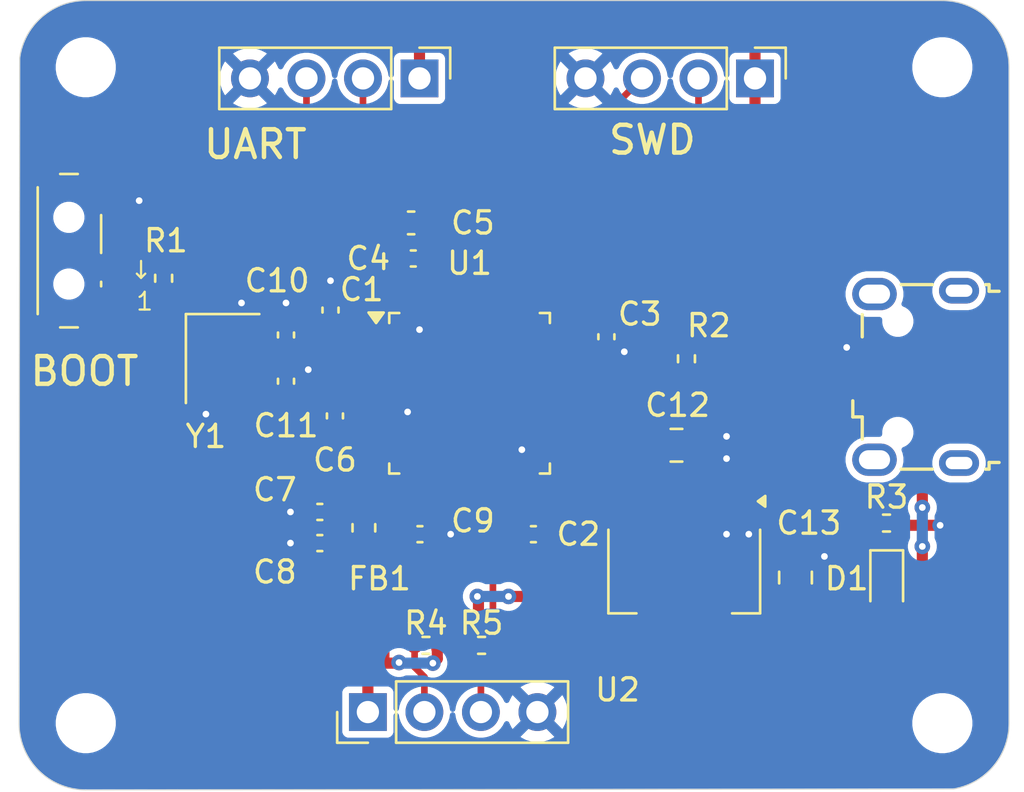
<source format=kicad_pcb>
(kicad_pcb (version 20241229) (generator "pcbnew") (generator_version "9.0")
  (layers (0 "F.Cu" signal) (2 "B.Cu" power) (13 "F.Paste" user) (15 "B.Paste" user) (5 "F.SilkS" user "F.Silkscreen") (7 "B.SilkS" user "B.Silkscreen") (1 "F.Mask" user) (3 "B.Mask" user) (25 "Edge.Cuts" user))
  (net 0 "")
  (net 1 "+3.3V")
  (net 2 "GND")
  (net 3 "+3.3VA")
  (net 4 "/NRST")
  (net 5 "/HSE_IN")
  (net 6 "/HSE_OUT")
  (net 7 "VBUS")
  (net 8 "/PWR_LED_CATHODE")
  (net 9 "/USB_D+")
  (net 12 "/USB_D-")
  (net 13 "/SWCLOCK")
  (net 14 "/SWDIO")
  (net 15 "/USART1_RX")
  (net 16 "/USART1_TX")
  (net 17 "/I2C2_SCL")
  (net 18 "/ISC2_SDA")
  (net 19 "/SW_SPDT_BOOT0")
  (net 20 "/BOOT0")
  (footprint "Crystal:Crystal_SMD_3225-4Pin_3.2x2.5mm" (layer "F.Cu") (at 57.15 67.1 -90)
    (property "Reference" "Y1" (at 3.5 0.75 180) (layer "F.SilkS"))
    (property "Value" "16MHz" (hide yes))
    (pad "1" smd rect (at -1.1 0.85 270) (size 1.4 1.2) (layers "F.Cu" "F.Mask" "F.Paste") (net 5 "/HSE_IN"))
    (pad "2" smd rect (at 1.1 0.85 270) (size 1.4 1.2) (layers "F.Cu" "F.Mask" "F.Paste") (net 2 "GND"))
    (pad "3" smd rect (at 1.1 -0.85 270) (size 1.4 1.2) (layers "F.Cu" "F.Mask" "F.Paste") (net 6 "/HSE_OUT"))
    (pad "4" smd rect (at -1.1 -0.85 270) (size 1.4 1.2) (layers "F.Cu" "F.Mask" "F.Paste") (net 2 "GND"))
  )
  (footprint "Inductor_SMD:L_0603_1608Metric" (layer "F.Cu") (at 63.5 74.7125 90)
    (property "Reference" "FB1" (at -2.2875 0.7 0) (layer "F.SilkS"))
    (property "Value" "FerriteBead 120R" (hide yes))
    (pad "1" smd roundrect (at -0.7875 0 90) (size 0.875 0.95) (layers "F.Cu" "F.Mask" "F.Paste") (net 1 "+3.3V"))
    (pad "2" smd roundrect (at 0.7875 0 90) (size 0.875 0.95) (layers "F.Cu" "F.Mask" "F.Paste") (net 3 "+3.3VA"))
  )
  (footprint "Connector_PinHeader_2.54mm:PinHeader_1x04_P2.54mm_Vertical" (layer "F.Cu") (at 63.68 83 90)
    (property "Reference" "J4" (hide yes))
    (property "Value" "Conn_01x04_Pin" (hide yes))
    (pad "1" thru_hole rect (at 0 0 90) (size 1.7 1.7) (drill 1) (layers "*.Cu" "*.Mask") (net 1 "+3.3V"))
    (pad "2" thru_hole circle (at 0 2.54 90) (size 1.7 1.7) (drill 1) (layers "*.Cu" "*.Mask") (net 17 "/I2C2_SCL"))
    (pad "3" thru_hole circle (at 0 5.08 90) (size 1.7 1.7) (drill 1) (layers "*.Cu" "*.Mask") (net 18 "/ISC2_SDA"))
    (pad "4" thru_hole circle (at 0 7.62 90) (size 1.7 1.7) (drill 1) (layers "*.Cu" "*.Mask") (net 2 "GND"))
  )
  (footprint "Capacitor_SMD:C_0402_1005Metric" (layer "F.Cu") (at 74.4 66.12 -90)
    (property "Reference" "C3" (at -1.02 -1.5 0) (layer "F.SilkS"))
    (property "Value" "100n" (hide yes))
    (pad "1" smd roundrect (at -0.48 0 270) (size 0.56 0.62) (layers "F.Cu" "F.Mask" "F.Paste") (net 1 "+3.3V"))
    (pad "2" smd roundrect (at 0.48 0 270) (size 0.56 0.62) (layers "F.Cu" "F.Mask" "F.Paste") (net 2 "GND"))
  )
  (footprint "Capacitor_SMD:C_0603_1608Metric" (layer "F.Cu") (at 65.625 61)
    (property "Reference" "C5" (at 2.775 0 0) (layer "F.SilkS"))
    (property "Value" "10u" (hide yes))
    (pad "1" smd roundrect (at -0.775 0) (size 0.9 0.95) (layers "F.Cu" "F.Mask" "F.Paste") (net 1 "+3.3V"))
    (pad "2" smd roundrect (at 0.775 0) (size 0.9 0.95) (layers "F.Cu" "F.Mask" "F.Paste") (net 2 "GND"))
  )
  (footprint "Package_QFP:LQFP-48_7x7mm_P0.5mm" (layer "F.Cu") (at 68.25 68.6625)
    (property "Reference" "U1" (at 0 -5.85 0) (layer "F.SilkS"))
    (property "Value" "STM32F103C8T6" (hide yes))
    (pad "1" smd roundrect (at -4.1625 -2.75) (size 1.475 0.3) (layers "F.Cu" "F.Mask" "F.Paste") (net 1 "+3.3V"))
    (pad "2" smd roundrect (at -4.1625 -2.25) (size 1.475 0.3) (layers "F.Cu" "F.Mask" "F.Paste"))
    (pad "3" smd roundrect (at -4.1625 -1.75) (size 1.475 0.3) (layers "F.Cu" "F.Mask" "F.Paste"))
    (pad "4" smd roundrect (at -4.1625 -1.25) (size 1.475 0.3) (layers "F.Cu" "F.Mask" "F.Paste"))
    (pad "5" smd roundrect (at -4.1625 -0.75) (size 1.475 0.3) (layers "F.Cu" "F.Mask" "F.Paste") (net 5 "/HSE_IN"))
    (pad "6" smd roundrect (at -4.1625 -0.25) (size 1.475 0.3) (layers "F.Cu" "F.Mask" "F.Paste") (net 6 "/HSE_OUT"))
    (pad "7" smd roundrect (at -4.1625 0.25) (size 1.475 0.3) (layers "F.Cu" "F.Mask" "F.Paste") (net 4 "/NRST"))
    (pad "8" smd roundrect (at -4.1625 0.75) (size 1.475 0.3) (layers "F.Cu" "F.Mask" "F.Paste") (net 2 "GND"))
    (pad "9" smd roundrect (at -4.1625 1.25) (size 1.475 0.3) (layers "F.Cu" "F.Mask" "F.Paste") (net 3 "+3.3VA"))
    (pad "10" smd roundrect (at -4.1625 1.75) (size 1.475 0.3) (layers "F.Cu" "F.Mask" "F.Paste"))
    (pad "11" smd roundrect (at -4.1625 2.25) (size 1.475 0.3) (layers "F.Cu" "F.Mask" "F.Paste"))
    (pad "12" smd roundrect (at -4.1625 2.75) (size 1.475 0.3) (layers "F.Cu" "F.Mask" "F.Paste"))
    (pad "13" smd roundrect (at -2.75 4.1625) (size 0.3 1.475) (layers "F.Cu" "F.Mask" "F.Paste"))
    (pad "14" smd roundrect (at -2.25 4.1625) (size 0.3 1.475) (layers "F.Cu" "F.Mask" "F.Paste"))
    (pad "15" smd roundrect (at -1.75 4.1625) (size 0.3 1.475) (layers "F.Cu" "F.Mask" "F.Paste"))
    (pad "16" smd roundrect (at -1.25 4.1625) (size 0.3 1.475) (layers "F.Cu" "F.Mask" "F.Paste"))
    (pad "17" smd roundrect (at -0.75 4.1625) (size 0.3 1.475) (layers "F.Cu" "F.Mask" "F.Paste"))
    (pad "18" smd roundrect (at -0.25 4.1625) (size 0.3 1.475) (layers "F.Cu" "F.Mask" "F.Paste"))
    (pad "19" smd roundrect (at 0.25 4.1625) (size 0.3 1.475) (layers "F.Cu" "F.Mask" "F.Paste"))
    (pad "20" smd roundrect (at 0.75 4.1625) (size 0.3 1.475) (layers "F.Cu" "F.Mask" "F.Paste"))
    (pad "21" smd roundrect (at 1.25 4.1625) (size 0.3 1.475) (layers "F.Cu" "F.Mask" "F.Paste") (net 17 "/I2C2_SCL"))
    (pad "22" smd roundrect (at 1.75 4.1625) (size 0.3 1.475) (layers "F.Cu" "F.Mask" "F.Paste") (net 18 "/ISC2_SDA"))
    (pad "23" smd roundrect (at 2.25 4.1625) (size 0.3 1.475) (layers "F.Cu" "F.Mask" "F.Paste") (net 2 "GND"))
    (pad "24" smd roundrect (at 2.75 4.1625) (size 0.3 1.475) (layers "F.Cu" "F.Mask" "F.Paste") (net 1 "+3.3V"))
    (pad "25" smd roundrect (at 4.1625 2.75) (size 1.475 0.3) (layers "F.Cu" "F.Mask" "F.Paste"))
    (pad "26" smd roundrect (at 4.1625 2.25) (size 1.475 0.3) (layers "F.Cu" "F.Mask" "F.Paste"))
    (pad "27" smd roundrect (at 4.1625 1.75) (size 1.475 0.3) (layers "F.Cu" "F.Mask" "F.Paste"))
    (pad "28" smd roundrect (at 4.1625 1.25) (size 1.475 0.3) (layers "F.Cu" "F.Mask" "F.Paste"))
    (pad "29" smd roundrect (at 4.1625 0.75) (size 1.475 0.3) (layers "F.Cu" "F.Mask" "F.Paste"))
    (pad "30" smd roundrect (at 4.1625 0.25) (size 1.475 0.3) (layers "F.Cu" "F.Mask" "F.Paste"))
    (pad "31" smd roundrect (at 4.1625 -0.25) (size 1.475 0.3) (layers "F.Cu" "F.Mask" "F.Paste"))
    (pad "32" smd roundrect (at 4.1625 -0.75) (size 1.475 0.3) (layers "F.Cu" "F.Mask" "F.Paste") (net 12 "/USB_D-"))
    (pad "33" smd roundrect (at 4.1625 -1.25) (size 1.475 0.3) (layers "F.Cu" "F.Mask" "F.Paste") (net 9 "/USB_D+"))
    (pad "34" smd roundrect (at 4.1625 -1.75) (size 1.475 0.3) (layers "F.Cu" "F.Mask" "F.Paste") (net 14 "/SWDIO"))
    (pad "35" smd roundrect (at 4.1625 -2.25) (size 1.475 0.3) (layers "F.Cu" "F.Mask" "F.Paste") (net 2 "GND"))
    (pad "36" smd roundrect (at 4.1625 -2.75) (size 1.475 0.3) (layers "F.Cu" "F.Mask" "F.Paste") (net 1 "+3.3V"))
    (pad "37" smd roundrect (at 2.75 -4.1625) (size 0.3 1.475) (layers "F.Cu" "F.Mask" "F.Paste") (net 13 "/SWCLOCK"))
    (pad "38" smd roundrect (at 2.25 -4.1625) (size 0.3 1.475) (layers "F.Cu" "F.Mask" "F.Paste"))
    (pad "39" smd roundrect (at 1.75 -4.1625) (size 0.3 1.475) (layers "F.Cu" "F.Mask" "F.Paste"))
    (pad "40" smd roundrect (at 1.25 -4.1625) (size 0.3 1.475) (layers "F.Cu" "F.Mask" "F.Paste"))
    (pad "41" smd roundrect (at 0.75 -4.1625) (size 0.3 1.475) (layers "F.Cu" "F.Mask" "F.Paste"))
    (pad "42" smd roundrect (at 0.25 -4.1625) (size 0.3 1.475) (layers "F.Cu" "F.Mask" "F.Paste") (net 16 "/USART1_TX"))
    (pad "43" smd roundrect (at -0.25 -4.1625) (size 0.3 1.475) (layers "F.Cu" "F.Mask" "F.Paste") (net 15 "/USART1_RX"))
    (pad "44" smd roundrect (at -0.75 -4.1625) (size 0.3 1.475) (layers "F.Cu" "F.Mask" "F.Paste") (net 20 "/BOOT0"))
    (pad "45" smd roundrect (at -1.25 -4.1625) (size 0.3 1.475) (layers "F.Cu" "F.Mask" "F.Paste"))
    (pad "46" smd roundrect (at -1.75 -4.1625) (size 0.3 1.475) (layers "F.Cu" "F.Mask" "F.Paste"))
    (pad "47" smd roundrect (at -2.25 -4.1625) (size 0.3 1.475) (layers "F.Cu" "F.Mask" "F.Paste") (net 2 "GND"))
    (pad "48" smd roundrect (at -2.75 -4.1625) (size 0.3 1.475) (layers "F.Cu" "F.Mask" "F.Paste") (net 1 "+3.3V"))
  )
  (footprint "LED_SMD:LED_0603_1608Metric" (layer "F.Cu") (at 87 77.2125 -90)
    (property "Reference" "D1" (at -0.2125 1.8 180) (layer "F.SilkS"))
    (property "Value" "RED" (hide yes))
    (pad "1" smd roundrect (at -0.7875 0 270) (size 0.875 0.95) (layers "F.Cu" "F.Mask" "F.Paste") (net 8 "/PWR_LED_CATHODE"))
    (pad "2" smd roundrect (at 0.7875 0 270) (size 0.875 0.95) (layers "F.Cu" "F.Mask" "F.Paste") (net 1 "+3.3V"))
  )
  (footprint "Capacitor_SMD:C_0402_1005Metric" (layer "F.Cu") (at 60 66.04 90)
    (property "Reference" "C10" (at 2.44 -0.4 180) (layer "F.SilkS"))
    (property "Value" "10p" (hide yes))
    (pad "1" smd roundrect (at -0.48 0 90) (size 0.56 0.62) (layers "F.Cu" "F.Mask" "F.Paste") (net 5 "/HSE_IN"))
    (pad "2" smd roundrect (at 0.48 0 90) (size 0.56 0.62) (layers "F.Cu" "F.Mask" "F.Paste") (net 2 "GND"))
  )
  (footprint "Resistor_SMD:R_0402_1005Metric" (layer "F.Cu") (at 86.99 74.5)
    (property "Reference" "R3" (at 0 -1.17 0) (layer "F.SilkS"))
    (property "Value" "1k5" (hide yes))
    (pad "1" smd roundrect (at -0.51 0) (size 0.54 0.64) (layers "F.Cu" "F.Mask" "F.Paste") (net 8 "/PWR_LED_CATHODE"))
    (pad "2" smd roundrect (at 0.51 0) (size 0.54 0.64) (layers "F.Cu" "F.Mask" "F.Paste") (net 2 "GND"))
  )
  (footprint "MountingHole:MountingHole_2.2mm_M2" (layer "F.Cu") (at 51 83.5)
    (property "Reference" "H1" (hide yes))
    (property "Value" "MountingHole" (hide yes))
    (pad "" np_thru_hole circle (at 0 0) (size 2.2 2.2) (drill 2.2) (layers "*.Cu" "*.Mask"))
  )
  (footprint "Capacitor_SMD:C_0402_1005Metric" (layer "F.Cu") (at 62 64.92 90)
    (property "Reference" "C1" (at 0.92 1.4 0) (layer "F.SilkS"))
    (property "Value" "100n" (hide yes))
    (pad "1" smd roundrect (at -0.48 0 90) (size 0.56 0.62) (layers "F.Cu" "F.Mask" "F.Paste") (net 1 "+3.3V"))
    (pad "2" smd roundrect (at 0.48 0 90) (size 0.56 0.62) (layers "F.Cu" "F.Mask" "F.Paste") (net 2 "GND"))
  )
  (footprint "Capacitor_SMD:C_0402_1005Metric" (layer "F.Cu") (at 71.12 75 180)
    (property "Reference" "C2" (at -2.02 0 0) (layer "F.SilkS"))
    (property "Value" "100n" (hide yes))
    (pad "1" smd roundrect (at -0.48 0 180) (size 0.56 0.62) (layers "F.Cu" "F.Mask" "F.Paste") (net 1 "+3.3V"))
    (pad "2" smd roundrect (at 0.48 0 180) (size 0.56 0.62) (layers "F.Cu" "F.Mask" "F.Paste") (net 2 "GND"))
  )
  (footprint "Capacitor_SMD:C_0805_2012Metric" (layer "F.Cu") (at 77.55 71)
    (property "Reference" "C12" (at 0.05 -1.8 0) (layer "F.SilkS"))
    (property "Value" "22u" (hide yes))
    (pad "1" smd roundrect (at -0.95 0) (size 1 1.45) (layers "F.Cu" "F.Mask" "F.Paste") (net 7 "VBUS"))
    (pad "2" smd roundrect (at 0.95 0) (size 1 1.45) (layers "F.Cu" "F.Mask" "F.Paste") (net 2 "GND"))
  )
  (footprint "Capacitor_SMD:C_0402_1005Metric" (layer "F.Cu") (at 61.52 75.4 180)
    (property "Reference" "C8" (at 2.02 -1.3 0) (layer "F.SilkS"))
    (property "Value" "1u" (hide yes))
    (pad "1" smd roundrect (at -0.48 0 180) (size 0.56 0.62) (layers "F.Cu" "F.Mask" "F.Paste") (net 1 "+3.3V"))
    (pad "2" smd roundrect (at 0.48 0 180) (size 0.56 0.62) (layers "F.Cu" "F.Mask" "F.Paste") (net 2 "GND"))
  )
  (footprint "MountingHole:MountingHole_2.2mm_M2" (layer "F.Cu") (at 89.5 54)
    (property "Reference" "H3" (hide yes))
    (property "Value" "MountingHole" (hide yes))
    (pad "" np_thru_hole circle (at 0 0) (size 2.2 2.2) (drill 2.2) (layers "*.Cu" "*.Mask"))
  )
  (footprint "Capacitor_SMD:C_0402_1005Metric" (layer "F.Cu") (at 62.2 69.68 90)
    (property "Reference" "C6" (at -1.98 0 180) (layer "F.SilkS"))
    (property "Value" "10n" (hide yes))
    (pad "1" smd roundrect (at -0.48 0 90) (size 0.56 0.62) (layers "F.Cu" "F.Mask" "F.Paste") (net 3 "+3.3VA"))
    (pad "2" smd roundrect (at 0.48 0 90) (size 0.56 0.62) (layers "F.Cu" "F.Mask" "F.Paste") (net 2 "GND"))
  )
  (footprint "Capacitor_SMD:C_0402_1005Metric" (layer "F.Cu") (at 66.02 75)
    (property "Reference" "C9" (at 2.38 -0.6 0) (layer "F.SilkS"))
    (property "Value" "100n" (hide yes))
    (pad "1" smd roundrect (at -0.48 0) (size 0.56 0.62) (layers "F.Cu" "F.Mask" "F.Paste") (net 4 "/NRST"))
    (pad "2" smd roundrect (at 0.48 0) (size 0.56 0.62) (layers "F.Cu" "F.Mask" "F.Paste") (net 2 "GND"))
  )
  (footprint "Capacitor_SMD:C_0402_1005Metric" (layer "F.Cu") (at 61.52 74 180)
    (property "Reference" "C7" (at 2.02 1 0) (layer "F.SilkS"))
    (property "Value" "1u" (hide yes))
    (pad "1" smd roundrect (at -0.48 0 180) (size 0.56 0.62) (layers "F.Cu" "F.Mask" "F.Paste") (net 3 "+3.3VA"))
    (pad "2" smd roundrect (at 0.48 0 180) (size 0.56 0.62) (layers "F.Cu" "F.Mask" "F.Paste") (net 2 "GND"))
  )
  (footprint "Resistor_SMD:R_0402_1005Metric" (layer "F.Cu") (at 66.29 80 180)
    (property "Reference" "R4" (at 0 1 0) (layer "F.SilkS"))
    (property "Value" "1k5" (hide yes))
    (pad "1" smd roundrect (at -0.51 0 180) (size 0.54 0.64) (layers "F.Cu" "F.Mask" "F.Paste") (net 1 "+3.3V"))
    (pad "2" smd roundrect (at 0.51 0 180) (size 0.54 0.64) (layers "F.Cu" "F.Mask" "F.Paste") (net 17 "/I2C2_SCL"))
  )
  (footprint "Resistor_SMD:R_0402_1005Metric" (layer "F.Cu") (at 54.5 63.49 90)
    (property "Reference" "R1" (at 1.69 0.1 0) (layer "F.SilkS"))
    (property "Value" "10k" (hide yes))
    (pad "1" smd roundrect (at -0.51 0 90) (size 0.54 0.64) (layers "F.Cu" "F.Mask" "F.Paste") (net 19 "/SW_SPDT_BOOT0"))
    (pad "2" smd roundrect (at 0.51 0 90) (size 0.54 0.64) (layers "F.Cu" "F.Mask" "F.Paste") (net 20 "/BOOT0"))
  )
  (footprint "Connector_USB:USB_Micro-B_Wuerth_629105150521" (layer "F.Cu") (at 88.3 67.925 90)
    (property "Reference" "J1" (hide yes))
    (property "Value" "USB_B_Micro" (hide yes))
    (pad "" np_thru_hole oval (at -2.5 -0.8 90) (size 0.8 0.8) (drill 0.8) (layers "*.Cu" "*.Mask"))
    (pad "" np_thru_hole oval (at 2.5 -0.8 90) (size 0.8 0.8) (drill 0.8) (layers "*.Cu" "*.Mask"))
    (pad "1" smd rect (at -1.3 -1.9 90) (size 0.45 1.3) (layers "F.Cu" "F.Mask" "F.Paste") (net 7 "VBUS"))
    (pad "2" smd rect (at -0.65 -1.9 90) (size 0.45 1.3) (layers "F.Cu" "F.Mask" "F.Paste") (net 12 "/USB_D-"))
    (pad "3" smd rect (at 0 -1.9 90) (size 0.45 1.3) (layers "F.Cu" "F.Mask" "F.Paste") (net 9 "/USB_D+"))
    (pad "4" smd rect (at 0.65 -1.9 90) (size 0.45 1.3) (layers "F.Cu" "F.Mask" "F.Paste"))
    (pad "5" smd rect (at 1.3 -1.9 90) (size 0.45 1.3) (layers "F.Cu" "F.Mask" "F.Paste") (net 2 "GND"))
    (pad "6" thru_hole oval (at -3.875 1.95 90) (size 1.15 1.8) (drill oval 0.55 1.2) (property pad_prop_heatsink) (layers "*.Cu" "*.Mask"))
    (pad "6" thru_hole oval (at -3.725 -1.85 90) (size 1.45 2) (drill oval 0.85 1.4) (property pad_prop_heatsink) (layers "*.Cu" "*.Mask"))
    (pad "6" thru_hole oval (at 3.725 -1.85 90) (size 1.45 2) (drill oval 0.85 1.4) (property pad_prop_heatsink) (layers "*.Cu" "*.Mask"))
    (pad "6" thru_hole oval (at 3.875 1.95 90) (size 1.15 1.8) (drill oval 0.55 1.2) (property pad_prop_heatsink) (layers "*.Cu" "*.Mask"))
  )
  (footprint "Resistor_SMD:R_0402_1005Metric" (layer "F.Cu") (at 68.79 80)
    (property "Reference" "R5" (at 0 -1 0) (layer "F.SilkS"))
    (property "Value" "1k5" (hide yes))
    (pad "1" smd roundrect (at -0.51 0) (size 0.54 0.64) (layers "F.Cu" "F.Mask" "F.Paste") (net 1 "+3.3V"))
    (pad "2" smd roundrect (at 0.51 0) (size 0.54 0.64) (layers "F.Cu" "F.Mask" "F.Paste") (net 18 "/ISC2_SDA"))
  )
  (footprint "Capacitor_SMD:C_0402_1005Metric" (layer "F.Cu") (at 65.72 62.6)
    (property "Reference" "C4" (at -2.02 0 0) (layer "F.SilkS"))
    (property "Value" "100n" (hide yes))
    (pad "1" smd roundrect (at -0.48 0) (size 0.56 0.62) (layers "F.Cu" "F.Mask" "F.Paste") (net 1 "+3.3V"))
    (pad "2" smd roundrect (at 0.48 0) (size 0.56 0.62) (layers "F.Cu" "F.Mask" "F.Paste") (net 2 "GND"))
  )
  (footprint "Capacitor_SMD:C_0805_2012Metric" (layer "F.Cu") (at 82.9 76.95 90)
    (property "Reference" "C13" (at 2.45 0.6 180) (layer "F.SilkS"))
    (property "Value" "22u" (hide yes))
    (pad "1" smd roundrect (at -0.95 0 90) (size 1 1.45) (layers "F.Cu" "F.Mask" "F.Paste") (net 1 "+3.3V"))
    (pad "2" smd roundrect (at 0.95 0 90) (size 1 1.45) (layers "F.Cu" "F.Mask" "F.Paste") (net 2 "GND"))
  )
  (footprint "Resistor_SMD:R_0402_1005Metric" (layer "F.Cu") (at 78 67.11 -90)
    (property "Reference" "R2" (at -1.49 -1 180) (layer "F.SilkS"))
    (property "Value" "1K5" (hide yes))
    (pad "1" smd roundrect (at -0.51 0 270) (size 0.54 0.64) (layers "F.Cu" "F.Mask" "F.Paste") (net 1 "+3.3V"))
    (pad "2" smd roundrect (at 0.51 0 270) (size 0.54 0.64) (layers "F.Cu" "F.Mask" "F.Paste") (net 9 "/USB_D+"))
  )
  (footprint "Capacitor_SMD:C_0402_1005Metric" (layer "F.Cu") (at 60 68.12 90)
    (property "Reference" "C11" (at -2 0 180) (layer "F.SilkS"))
    (property "Value" "10p" (hide yes))
    (pad "1" smd roundrect (at -0.48 0 90) (size 0.56 0.62) (layers "F.Cu" "F.Mask" "F.Paste") (net 6 "/HSE_OUT"))
    (pad "2" smd roundrect (at 0.48 0 90) (size 0.56 0.62) (layers "F.Cu" "F.Mask" "F.Paste") (net 2 "GND"))
  )
  (footprint "MountingHole:MountingHole_2.2mm_M2" (layer "F.Cu") (at 51 54)
    (property "Reference" "H4" (hide yes))
    (property "Value" "MountingHole" (hide yes))
    (pad "" np_thru_hole circle (at 0 0) (size 2.2 2.2) (drill 2.2) (layers "*.Cu" "*.Mask"))
  )
  (footprint "Connector_PinHeader_2.54mm:PinHeader_1x04_P2.54mm_Vertical" (layer "F.Cu") (at 81.08 54.5 -90)
    (property "Reference" "J2" (hide yes))
    (property "Value" "Conn_01x04_Pin" (hide yes))
    (pad "1" thru_hole rect (at 0 0 270) (size 1.7 1.7) (drill 1) (layers "*.Cu" "*.Mask") (net 1 "+3.3V"))
    (pad "2" thru_hole circle (at 0 2.54 270) (size 1.7 1.7) (drill 1) (layers "*.Cu" "*.Mask") (net 14 "/SWDIO"))
    (pad "3" thru_hole circle (at 0 5.08 270) (size 1.7 1.7) (drill 1) (layers "*.Cu" "*.Mask") (net 13 "/SWCLOCK"))
    (pad "4" thru_hole circle (at 0 7.62 270) (size 1.7 1.7) (drill 1) (layers "*.Cu" "*.Mask") (net 2 "GND"))
  )
  (footprint "MountingHole:MountingHole_2.2mm_M2" (layer "F.Cu") (at 89.5 83.5)
    (property "Reference" "H2" (hide yes))
    (property "Value" "MountingHole" (hide yes))
    (pad "" np_thru_hole circle (at 0 0) (size 2.2 2.2) (drill 2.2) (layers "*.Cu" "*.Mask"))
  )
  (footprint "Package_TO_SOT_SMD:SOT-223-3_TabPin2" (layer "F.Cu") (at 77.9 76.65 -90)
    (property "Reference" "U2" (at 5.35 3 180) (layer "F.SilkS"))
    (property "Value" "AMS1117-3.3" (hide yes))
    (pad "1" smd roundrect (at -3.15 -2.3 270) (size 2 1.5) (layers "F.Cu" "F.Mask" "F.Paste") (net 2 "GND"))
    (pad "2" smd roundrect (at -3.15 0 270) (size 2 1.5) (layers "F.Cu" "F.Mask" "F.Paste") (net 1 "+3.3V"))
    (pad "2" smd roundrect (at 3.15 0 270) (size 2 3.8) (layers "F.Cu" "F.Mask" "F.Paste") (net 1 "+3.3V"))
    (pad "3" smd roundrect (at -3.15 2.3 270) (size 2 1.5) (layers "F.Cu" "F.Mask" "F.Paste") (net 7 "VBUS"))
  )
  (footprint "Connector_PinHeader_2.54mm:PinHeader_1x04_P2.54mm_Vertical" (layer "F.Cu") (at 66 54.5 -90)
    (property "Reference" "J3" (hide yes))
    (property "Value" "Conn_01x04_Pin" (hide yes))
    (pad "1" thru_hole rect (at 0 0 270) (size 1.7 1.7) (drill 1) (layers "*.Cu" "*.Mask") (net 1 "+3.3V"))
    (pad "2" thru_hole circle (at 0 2.54 270) (size 1.7 1.7) (drill 1) (layers "*.Cu" "*.Mask") (net 16 "/USART1_TX"))
    (pad "3" thru_hole circle (at 0 5.08 270) (size 1.7 1.7) (drill 1) (layers "*.Cu" "*.Mask") (net 15 "/USART1_RX"))
    (pad "4" thru_hole circle (at 0 7.62 270) (size 1.7 1.7) (drill 1) (layers "*.Cu" "*.Mask") (net 2 "GND"))
  )
  (footprint "SW_SPDT_PCM12_NOSILK:SW_SPDT_PCM12_NOSILK" (layer "F.Cu") (at 50.57 62.25 -90)
    (property "Reference" "SW1" (hide yes))
    (property "Value" "SW_SPDT" (hide yes))
    (pad "" smd rect (at -3.65 -0.78 270) (size 1 0.8) (layers "F.Cu" "F.Mask" "F.Paste"))
    (pad "" smd rect (at -3.65 1.43 270) (size 1 0.8) (layers "F.Cu" "F.Mask" "F.Paste"))
    (pad "" np_thru_hole circle (at -1.5 0.33 270) (size 0.9 0.9) (drill 0.9) (layers "*.Cu" "*.Mask"))
    (pad "" np_thru_hole circle (at 1.5 0.33 270) (size 0.9 0.9) (drill 0.9) (layers "*.Cu" "*.Mask"))
    (pad "" smd rect (at 3.65 -0.78 270) (size 1 0.8) (layers "F.Cu" "F.Mask" "F.Paste"))
    (pad "" smd rect (at 3.65 1.43 270) (size 1 0.8) (layers "F.Cu" "F.Mask" "F.Paste"))
    (pad "1" smd rect (at -2.25 -1.43 270) (size 0.7 1.5) (layers "F.Cu" "F.Mask" "F.Paste") (net 2 "GND"))
    (pad "2" smd rect (at 0.75 -1.43 270) (size 0.7 1.5) (layers "F.Cu" "F.Mask" "F.Paste") (net 19 "/SW_SPDT_BOOT0"))
    (pad "3" smd rect (at 2.25 -1.43 270) (size 0.7 1.5) (layers "F.Cu" "F.Mask" "F.Paste") (net 1 "+3.3V"))
  )
  (gr_arc (start 51 86.5) (mid 48.87868 85.62132) (end 48 83.5) (stroke (width 0.05)) (layer "Edge.Cuts"))
  (gr_arc (start 48.030152 53.575736) (mid 49.034395 51.733639) (end 51 51) (stroke (width 0.05)) (layer "Edge.Cuts"))
  (gr_arc (start 92.5 83.5) (mid 91.78906 85.439125) (end 89.993197 86.459182) (stroke (width 0.05)) (layer "Edge.Cuts"))
  (gr_line (start 51 86.5) (end 89.993197 86.459181) (stroke (width 0.05)) (layer "Edge.Cuts"))
  (gr_line (start 92.5 54) (end 92.5 83.5) (stroke (width 0.05)) (layer "Edge.Cuts"))
  (gr_line (start 51 51) (end 89.5 51) (stroke (width 0.05)) (layer "Edge.Cuts"))
  (gr_arc (start 89.5 51) (mid 91.62132 51.87868) (end 92.5 54) (stroke (width 0.05)) (layer "Edge.Cuts"))
  (gr_line (start 48.030153 53.575736) (end 48 83.5) (stroke (width 0.05)) (layer "Edge.Cuts"))
  (gr_text "↓" (at 52.8 63.6 0) (layer "F.SilkS") (effects (font (size 1 1) (thickness 0.1)) (justify left bottom)))
  (gr_text "1" (at 53.2 65 0) (layer "F.SilkS") (effects (font (size 0.8 0.8) (thickness 0.1)) (justify left bottom)))
  (gr_text "UART" (at 56.2 58.2 0) (layer "F.SilkS") (effects (font (size 1.25 1.25) (thickness 0.2)) (justify left bottom)))
  (gr_text "SWD" (at 74.4 58 0) (layer "F.SilkS") (effects (font (size 1.25 1.25) (thickness 0.2)) (justify left bottom)))
  (gr_text "BOOT" (at 48.4 68.4 0) (layer "F.SilkS") (effects (font (size 1.25 1.25) (thickness 0.2)) (justify left bottom)))
  (segment (start 66.8 80) (end 66.8 80.6) (width 0.5) (layer "F.Cu") (net 1))
  (segment (start 71.6 77.8) (end 71.6 78.2) (width 0.5) (layer "F.Cu") (net 1))
  (segment (start 88 79.6) (end 85.4 79.6) (width 0.5) (layer "F.Cu") (net 1))
  (segment (start 65.24 62.04) (end 65.24 62.6) (width 0.5) (layer "F.Cu") (net 1))
  (segment (start 63.4 61) (end 58.8 61) (width 0.5) (layer "F.Cu") (net 1))
  (segment (start 86.9 77.9) (end 87 78) (width 0.5) (layer "F.Cu") (net 1))
  (segment (start 81.08 52.48) (end 81.08 54.5) (width 0.5) (layer "F.Cu") (net 1))
  (segment (start 80 66.2) (end 80 61.6) (width 0.3) (layer "F.Cu") (net 1))
  (segment (start 74.4 82.8) (end 74.8 83.2) (width 0.5) (layer "F.Cu") (net 1))
  (segment (start 62.1 75.5) (end 62 75.4) (width 0.5) (layer "F.Cu") (net 1))
  (segment (start 64.4 79) (end 64.4 77.4) (width 0.5) (layer "F.Cu") (net 1))
  (segment (start 71.6 77.8) (end 70 77.8) (width 0.5) (layer "F.Cu") (net 1))
  (segment (start 80.4 51.8) (end 81.08 52.48) (width 0.5) (layer "F.Cu") (net 1))
  (segment (start 85.2 77.9) (end 86.9 77.9) (width 0.5) (layer "F.Cu") (net 1))
  (segment (start 85.4 79.6) (end 85.2 79.4) (width 0.5) (layer "F.Cu") (net 1))
  (segment (start 81.08 54.5) (end 81.08 56.88) (width 0.5) (layer "F.Cu") (net 1))
  (segment (start 71.6 79) (end 74.4 81.8) (width 0.5) (layer "F.Cu") (net 1))
  (segment (start 63.3125 65.9125) (end 62.8 65.4) (width 0.3) (layer "F.Cu") (net 1))
  (segment (start 65.13 80.8) (end 64.4 80.8) (width 0.5) (layer "F.Cu") (net 1))
  (segment (start 68.65 78.75) (end 68.28 79.12) (width 0.5) (layer "F.Cu") (net 1))
  (segment (start 64.85 61) (end 63.4 61) (width 0.5) (layer "F.Cu") (net 1))
  (segment (start 71.6 78.2) (end 71.6 79) (width 0.5) (layer "F.Cu") (net 1))
  (segment (start 72.4125 65.9125) (end 73.4875 65.9125) (width 0.3) (layer "F.Cu") (net 1))
  (segment (start 66 52.4) (end 66.6 51.8) (width 0.5) (layer "F.Cu") (net 1))
  (segment (start 63.5 75.5) (end 62.1 75.5) (width 0.5) (layer "F.Cu") (net 1))
  (segment (start 64.4 80.8) (end 64.4 79) (width 0.5) (layer "F.Cu") (net 1))
  (segment (start 71.6 74.4) (end 71.6 75) (width 0.3) (layer "F.Cu") (net 1))
  (segment (start 84.6 83.2) (end 85.2 82.6) (width 0.5) (layer "F.Cu") (net 1))
  (segment (start 64.85 61) (end 64.85 61.65) (width 0.5) (layer "F.Cu") (net 1))
  (segment (start 63.4 63.4) (end 64.0875 64.0875) (width 0.5) (layer "F.Cu") (net 1))
  (segment (start 88.6 79) (end 88 79.6) (width 0.5) (layer "F.Cu") (net 1))
  (segment (start 85.2 79.4) (end 85.2 77.9) (width 0.5) (layer "F.Cu") (net 1))
  (segment (start 54.8 77.2) (end 54.8 65.452472) (width 0.5) (layer "F.Cu") (net 1))
  (segment (start 73.76 65.64) (end 74.4 65.64) (width 0.3) (layer "F.Cu") (net 1))
  (segment (start 68.65 77.8) (end 68.65 78.75) (width 0.5) (layer "F.Cu") (net 1))
  (segment (start 66.8 80.6) (end 66.6 80.8) (width 0.5) (layer "F.Cu") (net 1))
  (segment (start 71 72.825) (end 71 73.8) (width 0.3) (layer "F.Cu") (net 1))
  (segment (start 66 54.5) (end 66 52.4) (width 0.5) (layer "F.Cu") (net 1))
  (segment (start 71 73.8) (end 71.6 74.4) (width 0.3) (layer "F.Cu") (net 1))
  (segment (start 74.8 83.2) (end 84.6 83.2) (width 0.5) (layer "F.Cu") (net 1))
  (segment (start 54.8 65.452472) (end 54.573764 65.226236) (width 0.5) (layer "F.Cu") (net 1))
  (segment (start 81.08 56.88) (end 81.2 57) (width 0.5) (layer "F.Cu") (net 1))
  (segment (start 52.126236 64.626236) (end 52 64.5) (width 0.5) (layer "F.Cu") (net 1))
  (segment (start 85.2 82.6) (end 85.2 79.4) (width 0.5) (layer "F.Cu") (net 1))
  (segment (start 88.6 75.55) (end 88.6 79) (width 0.5) (layer "F.Cu") (net 1))
  (segment (start 83.4 57) (end 87.5 61.1) (width 0.5) (layer "F.Cu") (net 1))
  (segment (start 64.4 79) (end 56.6 79) (width 0.5) (layer "F.Cu") (net 1))
  (segment (start 75.04 65.64) (end 76.09 66.69) (width 0.3) (layer "F.Cu") (net 1))
  (segment (start 64.0875 65.9125) (end 63.3125 65.9125) (width 0.3) (layer "F.Cu") (net 1))
  (segment (start 79.51 66.69) (end 80 66.2) (width 0.3) (layer "F.Cu") (net 1))
  (segment (start 76.09 66.69) (end 79.51 66.69) (width 0.3) (layer "F.Cu") (net 1))
  (segment (start 65.24 63.44) (end 65.24 62.6) (width 0.3) (layer "F.Cu") (net 1))
  (segment (start 74.4 81.8) (end 74.4 82.8) (width 0.5) (layer "F.Cu") (net 1))
  (segment (start 74.4 65.64) (end 75.04 65.64) (width 0.3) (layer "F.Cu") (net 1))
  (segment (start 63.68 81.12) (end 63.68 83) (width 0.5) (layer "F.Cu") (net 1))
  (segment (start 68.28 79.12) (end 68.28 80) (width 0.5) (layer "F.Cu") (net 1))
  (segment (start 71.6 75) (end 71.6 77.8) (width 0.5) (layer "F.Cu") (net 1))
  (segment (start 64.85 61.65) (end 65.24 62.04) (width 0.5) (layer "F.Cu") (net 1))
  (segment (start 63.5 77.3) (end 63.6 77.4) (width 0.5) (layer "F.Cu") (net 1))
  (segment (start 65.5 64.5) (end 65.5 63.7) (width 0.3) (layer "F.Cu") (net 1))
  (segment (start 80.4 61.2) (end 87.4 61.2) (width 0.3) (layer "F.Cu") (net 1))
  (segment (start 64.0875 64.0875) (end 64.0875 65.8115) (width 0.5) (layer "F.Cu") (net 1))
  (segment (start 81.2 57) (end 83.4 57) (width 0.5) (layer "F.Cu") (net 1))
  (segment (start 56.6 79) (end 54.8 77.2) (width 0.5) (layer "F.Cu") (net 1))
  (segment (start 87.4 61.2) (end 87.5 61.1) (width 0.3) (layer "F.Cu") (net 1))
  (segment (start 66.6 51.8) (end 80.4 51.8) (width 0.5) (layer "F.Cu") (net 1))
  (segment (start 63.5 75.5) (end 63.5 77.3) (width 0.5) (layer "F.Cu") (net 1))
  (segment (start 82.9 77.9) (end 85.2 77.9) (width 0.5) (layer "F.Cu") (net 1))
  (segment (start 88.6 62.2) (end 88.6 73.8) (width 0.5) (layer "F.Cu") (net 1))
  (segment (start 63.4 61) (end 63.4 63.4) (width 0.5) (layer "F.Cu") (net 1))
  (segment (start 64 80.8) (end 63.68 81.12) (width 0.5) (layer "F.Cu") (net 1))
  (segment (start 87.5 61.1) (end 88.6 62.2) (width 0.5) (layer "F.Cu") (net 1))
  (segment (start 68.28 80) (end 66.8 80) (width 0.5) (layer "F.Cu") (net 1))
  (segment (start 54.573764 65.226236) (end 53.973764 64.626236) (width 0.5) (layer "F.Cu") (net 1))
  (segment (start 64.4 80.8) (end 64 80.8) (width 0.5) (layer "F.Cu") (net 1))
  (segment (start 53.973764 64.626236) (end 52.126236 64.626236) (width 0.5) (layer "F.Cu") (net 1))
  (segment (start 58.8 61) (end 54.573764 65.226236) (width 0.5) (layer "F.Cu") (net 1))
  (segment (start 73.4875 65.9125) (end 73.76 65.64) (width 0.3) (layer "F.Cu") (net 1))
  (segment (start 65.5 63.7) (end 65.24 63.44) (width 0.3) (layer "F.Cu") (net 1))
  (segment (start 80 61.6) (end 80.4 61.2) (width 0.3) (layer "F.Cu") (net 1))
  (segment (start 64.4 77.4) (end 63.6 77.4) (width 0.5) (layer "F.Cu") (net 1))
  (segment (start 62.8 65.4) (end 62 65.4) (width 0.3) (layer "F.Cu") (net 1))
  (via (at 88.6 73.8) (size 0.7) (drill 0.3) (layers "F.Cu" "B.Cu") (net 1))
  (via (at 65.08 80.77252) (size 0.7) (drill 0.3) (layers "F.Cu" "B.Cu") (net 1))
  (via (at 66.6 80.8) (size 0.7) (drill 0.3) (layers "F.Cu" "B.Cu") (net 1))
  (via (at 88.6 75.55) (size 0.7) (drill 0.3) (layers "F.Cu" "B.Cu") (net 1))
  (via (at 68.6 77.8) (size 0.7) (drill 0.3) (layers "F.Cu" "B.Cu") (net 1))
  (via (at 70 77.8) (size 0.7) (drill 0.3) (layers "F.Cu" "B.Cu") (net 1))
  (segment (start 70 77.8) (end 68.6 77.8) (width 0.5) (layer "B.Cu") (net 1))
  (segment (start 66.6 80.8) (end 65.10748 80.8) (width 0.5) (layer "B.Cu") (net 1))
  (segment (start 88.6 73.8) (end 88.6 75.55) (width 0.5) (layer "B.Cu") (net 1))
  (segment (start 65.10748 80.8) (end 65.08 80.77252) (width 0.5) (layer "B.Cu") (net 1))
  (segment (start 65.375951 69.4125) (end 65.465267 69.501816) (width 0.3) (layer "F.Cu") (net 2))
  (segment (start 61.04 74) (end 61 74) (width 0.5) (layer "F.Cu") (net 2))
  (segment (start 70.5 72.825) (end 70.5 71.3) (width 0.3) (layer "F.Cu") (net 2))
  (segment (start 66.5 75) (end 67.4 75) (width 0.3) (layer "F.Cu") (net 2))
  (segment (start 73.4125 66.4125) (end 73.6 66.6) (width 0.3) (layer "F.Cu") (net 2))
  (segment (start 85.225 66.625) (end 85.2 66.6) (width 0.3) (layer "F.Cu") (net 2))
  (segment (start 73.6 66.6) (end 74.4 66.6) (width 0.3) (layer "F.Cu") (net 2))
  (segment (start 60 65.56) (end 60 64.6) (width 0.5) (layer "F.Cu") (net 2))
  (segment (start 86.4 66.625) (end 85.225 66.625) (width 0.3) (layer "F.Cu") (net 2))
  (segment (start 70.5 72.825) (end 70.5 74.86) (width 0.3) (layer "F.Cu") (net 2))
  (segment (start 89.4 74.6) (end 87.6 74.6) (width 0.5) (layer "F.Cu") (net 2))
  (segment (start 64.0875 69.4125) (end 63.2125 69.4125) (width 0.3) (layer "F.Cu") (net 2))
  (segment (start 75.01005 66.6) (end 75.205025 66.794975) (width 0.3) (layer "F.Cu") (net 2))
  (segment (start 66 64.5) (end 66 65.8) (width 0.3) (layer "F.Cu") (net 2))
  (segment (start 66 63.6) (end 66.2 63.4) (width 0.3) (layer "F.Cu") (net 2))
  (segment (start 61.04 75.4) (end 60.2 75.4) (width 0.3) (layer "F.Cu") (net 2))
  (segment (start 66 64.5) (end 66 63.6) (width 0.3) (layer "F.Cu") (net 2))
  (segment (start 87.6 74.6) (end 87.5 74.5) (width 0.5) (layer "F.Cu") (net 2))
  (segment (start 70.5 74.86) (end 70.64 75) (width 0.3) (layer "F.Cu") (net 2))
  (segment (start 60.96 67.64) (end 61 67.6) (width 0.5) (layer "F.Cu") (net 2))
  (segment (start 58 66) (end 58 64.6) (width 0.5) (layer "F.Cu") (net 2))
  (segment (start 56.3 69.5) (end 56.4 69.6) (width 0.5) (layer "F.Cu") (net 2))
  (segment (start 56.3 68.2) (end 56.3 69.5) (width 0.5) (layer "F.Cu") (net 2))
  (segment (start 74.4 66.6) (end 75.01005 66.6) (width 0.3) (layer "F.Cu") (net 2))
  (segment (start 70.5 71.3) (end 70.6 71.2) (width 0.3) (layer "F.Cu") (net 2))
  (segment (start 66.4 61) (end 66.4 61.8) (width 0.5) (layer "F.Cu") (net 2))
  (segment (start 63.2125 69.4125) (end 63 69.2) (width 0.3) (layer "F.Cu") (net 2))
  (segment (start 60 67.64) (end 60.96 67.64) (width 0.5) (layer "F.Cu") (net 2))
  (segment (start 61.04 74) (end 60.2 74) (width 0.5) (layer "F.Cu") (net 2))
  (segment (start 52 60) (end 53.4 60) (width 0.5) (layer "F.Cu") (net 2))
  (segment (start 66.4 61.8) (end 66.2 62) (width 0.5) (layer "F.Cu") (net 2))
  (segment (start 62 64.44) (end 62 63.6) (width 0.5) (layer "F.Cu") (net 2))
  (segment (start 72.4125 66.4125) (end 73.4125 66.4125) (width 0.3) (layer "F.Cu") (net 2))
  (segment (start 63 69.2) (end 62.2 69.2) (width 0.3) (layer "F.Cu") (net 2))
  (segment (start 64.0875 69.4125) (end 65.375951 69.4125) (width 0.3) (layer "F.Cu") (net 2))
  (segment (start 66.2 62) (end 66.2 62.6) (width 0.5) (layer "F.Cu") (net 2))
  (segment (start 66.2 63.4) (end 66.2 62.6) (width 0.3) (layer "F.Cu") (net 2))
  (via (at 61 67.6) (size 0.7) (drill 0.3) (layers "F.Cu" "B.Cu") (net 2))
  (via (at 53.4 60) (size 0.7) (drill 0.3) (layers "F.Cu" "B.Cu") (net 2))
  (via (at 70.6 71.2) (size 0.7) (drill 0.3) (layers "F.Cu" "B.Cu") (net 2))
  (via (at 62 63.6) (size 0.7) (drill 0.3) (layers "F.Cu" "B.Cu") (net 2))
  (via (at 75.205025 66.794975) (size 0.7) (drill 0.3) (layers "F.Cu" "B.Cu") (net 2))
  (via (at 89.4 74.6) (size 0.7) (drill 0.3) (layers "F.Cu" "B.Cu") (net 2))
  (via (at 79.8 75) (size 0.7) (drill 0.3) (layers "F.Cu" "B.Cu") (net 2))
  (via (at 65.465267 69.501816) (size 0.7) (drill 0.3) (layers "F.Cu" "B.Cu") (net 2))
  (via (at 85.2 66.6) (size 0.7) (drill 0.3) (layers "F.Cu" "B.Cu") (net 2))
  (via (at 60.2 75.4) (size 0.7) (drill 0.3) (layers "F.Cu" "B.Cu") (net 2))
  (via (at 60.2 74) (size 0.7) (drill 0.3) (layers "F.Cu" "B.Cu") (net 2))
  (via (at 80.8 75) (size 0.7) (drill 0.3) (layers "F.Cu" "B.Cu") (net 2))
  (via (at 56.4 69.6) (size 0.7) (drill 0.3) (layers "F.Cu" "B.Cu") (net 2))
  (via (at 84.2 76) (size 0.7) (drill 0.3) (layers "F.Cu" "B.Cu") (net 2))
  (via (at 66 65.8) (size 0.7) (drill 0.3) (layers "F.Cu" "B.Cu") (net 2))
  (via (at 79.8 70.6) (size 0.7) (drill 0.3) (layers "F.Cu" "B.Cu") (net 2))
  (via (at 60 64.6) (size 0.7) (drill 0.3) (layers "F.Cu" "B.Cu") (net 2))
  (via (at 58 64.6) (size 0.7) (drill 0.3) (layers "F.Cu" "B.Cu") (net 2))
  (via (at 79.8 71.6) (size 0.7) (drill 0.3) (layers "F.Cu" "B.Cu") (net 2))
  (via (at 67.4 75) (size 0.7) (drill 0.3) (layers "F.Cu" "B.Cu") (net 2))
  (segment (start 79.8 70.4) (end 79.8 70.6) (width 0.3) (layer "B.Cu") (net 2))
  (segment (start 62.2 70.16) (end 62.2 73.8) (width 0.3) (layer "F.Cu") (net 3))
  (segment (start 63.0875 69.9125) (end 62.84 70.16) (width 0.3) (layer "F.Cu") (net 3))
  (segment (start 63.5 73.925) (end 62.075 73.925) (width 0.5) (layer "F.Cu") (net 3))
  (segment (start 62.075 73.925) (end 62 74) (width 0.5) (layer "F.Cu") (net 3))
  (segment (start 64.0875 69.9125) (end 63.0875 69.9125) (width 0.3) (layer "F.Cu") (net 3))
  (segment (start 62.84 70.16) (end 62.2 70.16) (width 0.3) (layer "F.Cu") (net 3))
  (segment (start 62.2 73.8) (end 62 74) (width 0.3) (layer "F.Cu") (net 3))
  (segment (start 66.8 70.182966) (end 64.8 72.182966) (width 0.3) (layer "F.Cu") (net 4))
  (segment (start 65.0875 68.9125) (end 65.6 68.4) (width 0.3) (layer "F.Cu") (net 4))
  (segment (start 65.6 68.4) (end 66.8 68.4) (width 0.3) (layer "F.Cu") (net 4))
  (segment (start 64.0875 68.9125) (end 65.0875 68.9125) (width 0.3) (layer "F.Cu") (net 4))
  (segment (start 66.8 68.4) (end 66.8 70.182966) (width 0.3) (layer "F.Cu") (net 4))
  (segment (start 64.8 74.26) (end 65.54 75) (width 0.3) (layer "F.Cu") (net 4))
  (segment (start 64.8 72.182966) (end 64.8 74.26) (width 0.3) (layer "F.Cu") (net 4))
  (segment (start 59.48 66.52) (end 58.949 67.051) (width 0.3) (layer "F.Cu") (net 5))
  (segment (start 60 66.52) (end 61.6085 66.52) (width 0.3) (layer "F.Cu") (net 5))
  (segment (start 57.051 67.051) (end 56.3 66.3) (width 0.3) (layer "F.Cu") (net 5))
  (segment (start 61.6085 66.52) (end 63.001 67.9125) (width 0.3) (layer "F.Cu") (net 5))
  (segment (start 56.3 66.3) (end 56.3 66) (width 0.3) (layer "F.Cu") (net 5))
  (segment (start 60 66.52) (end 59.48 66.52) (width 0.3) (layer "F.Cu") (net 5))
  (segment (start 58.949 67.051) (end 57.051 67.051) (width 0.3) (layer "F.Cu") (net 5))
  (segment (start 63.001 67.9125) (end 64.0875 67.9125) (width 0.3) (layer "F.Cu") (net 5))
  (segment (start 64.0875 68.4125) (end 61.3875 68.4125) (width 0.3) (layer "F.Cu") (net 6))
  (segment (start 60 68.6) (end 59.4 68.6) (width 0.3) (layer "F.Cu") (net 6))
  (segment (start 59 68.2) (end 58 68.2) (width 0.3) (layer "F.Cu") (net 6))
  (segment (start 61.3875 68.4125) (end 61.2 68.6) (width 0.3) (layer "F.Cu") (net 6))
  (segment (start 61.2 68.6) (end 60 68.6) (width 0.3) (layer "F.Cu") (net 6))
  (segment (start 59.4 68.6) (end 59 68.2) (width 0.3) (layer "F.Cu") (net 6))
  (segment (start 86.48 75.28) (end 87 75.8) (width 0.5) (layer "F.Cu") (net 8))
  (segment (start 87 75.8) (end 87 76.425) (width 0.5) (layer "F.Cu") (net 8))
  (segment (start 86.48 74.5) (end 86.48 75.28) (width 0.5) (layer "F.Cu") (net 8))
  (segment (start 72.4125 67.4125) (end 73.518751 67.4125) (width 0.2) (layer "F.Cu") (net 9))
  (segment (start 85.319557 67.799) (end 85.320557 67.8) (width 0.2) (layer "F.Cu") (net 9))
  (segment (start 85.514853 67.925) (end 86.4 67.925) (width 0.2) (layer "F.Cu") (net 9))
  (segment (start 85.389853 67.8) (end 85.514853 67.925) (width 0.2) (layer "F.Cu") (net 9))
  (segment (start 73.972351 67.799) (end 85.319557 67.799) (width 0.2) (layer "F.Cu") (net 9))
  (segment (start 73.518751 67.4125) (end 73.617751 67.5115) (width 0.2) (layer "F.Cu") (net 9))
  (segment (start 85.320557 67.8) (end 85.389853 67.8) (width 0.2) (layer "F.Cu") (net 9))
  (segment (start 73.617751 67.5115) (end 73.684851 67.5115) (width 0.2) (layer "F.Cu") (net 9))
  (segment (start 73.684851 67.5115) (end 73.972351 67.799) (width 0.2) (layer "F.Cu") (net 9))
  (segment (start 85.153457 68.2) (end 85.528457 68.575) (width 0.2) (layer "F.Cu") (net 12))
  (segment (start 73.806251 68.2) (end 85.153457 68.2) (width 0.2) (layer "F.Cu") (net 12))
  (segment (start 85.528457 68.575) (end 86.4 68.575) (width 0.2) (layer "F.Cu") (net 12))
  (segment (start 72.4125 67.9125) (end 73.518751 67.9125) (width 0.2) (layer "F.Cu") (net 12))
  (segment (start 73.518751 67.9125) (end 73.806251 68.2) (width 0.2) (layer "F.Cu") (net 12))
  (segment (start 71 59.5) (end 71 64.5) (width 0.3) (layer "F.Cu") (net 13))
  (segment (start 76 54.5) (end 71 59.5) (width 0.3) (layer "F.Cu") (net 13))
  (segment (start 71.5125 66.9125) (end 72.4125 66.9125) (width 0.3) (layer "F.Cu") (net 14))
  (segment (start 78.54 58.442966) (end 71.2 65.782966) (width 0.3) (layer "F.Cu") (net 14))
  (segment (start 78.54 54.5) (end 78.54 58.442966) (width 0.3) (layer "F.Cu") (net 14))
  (segment (start 71.2 66.6) (end 71.5125 66.9125) (width 0.3) (layer "F.Cu") (net 14))
  (segment (start 71.2 65.782966) (end 71.2 66.6) (width 0.3) (layer "F.Cu") (net 14))
  (segment (start 68.4 58.2) (end 68 57.8) (width 0.3) (layer "F.Cu") (net 15))
  (segment (start 68 64.5) (end 68 62.4) (width 0.3) (layer "F.Cu") (net 15))
  (segment (start 68.4 62) (end 68.4 58.2) (width 0.3) (layer "F.Cu") (net 15))
  (segment (start 68 62.4) (end 68.4 62) (width 0.3) (layer "F.Cu") (net 15))
  (segment (start 61.6 57.8) (end 60.92 57.12) (width 0.3) (layer "F.Cu") (net 15))
  (segment (start 68 57.8) (end 61.6 57.8) (width 0.3) (layer "F.Cu") (net 15))
  (segment (start 60.92 57.12) (end 60.92 54.5) (width 0.3) (layer "F.Cu") (net 15))
  (segment (start 69.2 62.2) (end 69.2 57.8) (width 0.3) (layer "F.Cu") (net 16))
  (segment (start 63.46 56.46) (end 63.46 54.5) (width 0.3) (layer "F.Cu") (net 16))
  (segment (start 68.5 62.9) (end 69.2 62.2) (width 0.3) (layer "F.Cu") (net 16))
  (segment (start 63.6 56.6) (end 63.46 56.46) (width 0.3) (layer "F.Cu") (net 16))
  (segment (start 69.2 57.8) (end 68 56.6) (width 0.3) (layer "F.Cu") (net 16))
  (segment (start 68.5 64.5) (end 68.5 62.9) (width 0.3) (layer "F.Cu") (net 16))
  (segment (start 68 56.6) (end 63.6 56.6) (width 0.3) (layer "F.Cu") (net 16))
  (segment (start 65.78 80) (end 65.78 80.98) (width 0.3) (layer "F.Cu") (net 17))
  (segment (start 66.22 81.42) (end 66.22 83) (width 0.3) (layer "F.Cu") (net 17))
  (segment (start 69.5 75.1) (end 68.6 76) (width 0.3) (layer "F.Cu") (net 17))
  (segment (start 65.8 76) (end 65.78 76.02) (width 0.3) (layer "F.Cu") (net 17))
  (segment (start 68.6 76) (end 65.8 76) (width 0.3) (layer "F.Cu") (net 17))
  (segment (start 65.78 80.98) (end 66.22 81.42) (width 0.3) (layer "F.Cu") (net 17))
  (segment (start 69.5 72.825) (end 69.5 75.1) (width 0.3) (layer "F.Cu") (net 17))
  (segment (start 65.78 76.02) (end 65.78 80) (width 0.3) (layer "F.Cu") (net 17))
  (segment (start 69.3 80.9) (end 68.76 81.44) (width 0.3) (layer "F.Cu") (net 18))
  (segment (start 70 72.825) (end 70 75.4) (width 0.3) (layer "F.Cu") (net 18))
  (segment (start 69.3 80) (end 69.3 80.9) (width 0.3) (layer "F.Cu") (net 18))
  (segment (start 70 75.4) (end 69.3 76.1) (width 0.3) (layer "F.Cu") (net 18))
  (segment (start 69.3 76.1) (end 69.3 80) (width 0.3) (layer "F.Cu") (net 18))
  (segment (start 68.76 81.44) (end 68.76 83) (width 0.3) (layer "F.Cu") (net 18))
  (segment (start 52.6 63) (end 53.6 64) (width 0.3) (layer "F.Cu") (net 19))
  (segment (start 53.6 64) (end 54.5 64) (width 0.3) (layer "F.Cu") (net 19))
  (segment (start 52 63) (end 52.6 63) (width 0.3) (layer "F.Cu") (net 19))
  (segment (start 67.2 58.8) (end 54.7 58.8) (width 0.3) (layer "F.Cu") (net 20))
  (segment (start 54.5 59) (end 54.5 62.98) (width 0.3) (layer "F.Cu") (net 20))
  (segment (start 67.5 64.5) (end 67.5 59.1) (width 0.3) (layer "F.Cu") (net 20))
  (segment (start 67.5 59.1) (end 67.2 58.8) (width 0.3) (layer "F.Cu") (net 20))
  (segment (start 54.7 58.8) (end 54.5 59) (width 0.3) (layer "F.Cu") (net 20))
  (zone (net 2) (net_name "GND") (layer "F.Cu") (priority 1) (connect_pads yes (clearance 0.3)) (min_thickness 0.25) (fill yes (thermal_gap 0.5) (thermal_bridge_width 0.5))
    (polygon (pts (xy 77.8 70.2) (xy 78.2 69.8) (xy 80.4 69.8) (xy 80.8 70.2) (xy 80.8 72) (xy 81.8 72.8) (xy 81.8 74.8) (xy 82 75.2) (xy 84.6 75.2) (xy 84.8 75.4) (xy 84.8 76.4) (xy 84.6 76.6) (xy 82 76.6) (xy 81.4 76.4) (xy 79.2 75.2) (xy 79 74.8) (xy 79 72.2) (xy 78.8 72) (xy 78.2 72) (xy 77.8 71.8)))
  )
  (zone (net 1) (net_name "+3.3V") (layer "F.Cu") (priority 2) (connect_pads yes (clearance 0.3)) (min_thickness 0.25) (fill yes (thermal_gap 0.5) (thermal_bridge_width 0.5))
    (polygon (pts (xy 77.2 72.4) (xy 78.6 72.4) (xy 78.8 72.6) (xy 78.8 75) (xy 79.2 75.6) (xy 81.2 76.8) (xy 82 77.2) (xy 83.8 77.2) (xy 84 77.4) (xy 84 78.4) (xy 83.8 78.6) (xy 81.8 78.6) (xy 81.4 78.8) (xy 81.2 79) (xy 80.2 79.2) (xy 80.2 80.8) (xy 80 81) (xy 76 81) (xy 75.8 80.8) (xy 75.8 78.8) (xy 77 76.8) (xy 77 72.6)))
  )
  (zone (net 7) (net_name "VBUS") (layer "F.Cu") (priority 3) (connect_pads yes (clearance 0.3)) (min_thickness 0.25) (fill yes (thermal_gap 0.5) (thermal_bridge_width 0.5))
    (polygon (pts (xy 76.8 74.4) (xy 76.4 74.6) (xy 74.8 74.6) (xy 74.6 74.4) (xy 74.6 72.4) (xy 75 72.2) (xy 75.8 72.2) (xy 75.8 70.4) (xy 76.2 70) (xy 76.2 68.8) (xy 76.4 68.6) (xy 87.2 68.8) (xy 87.4 68.8) (xy 87.4 69.2) (xy 87.2 69.4) (xy 77.6 69.4) (xy 77.4 69.6) (xy 77.4 71.8) (xy 77 72.2) (xy 76.8 72.2)))
  )
  (zone (net 2) (net_name "GND") (layer "B.Cu") (connect_pads (clearance 0.3)) (min_thickness 0.25) (fill yes (thermal_gap 0.5) (thermal_bridge_width 0.5))
    (polygon (pts (xy 48 51) (xy 92.6 51) (xy 92.6 86.6) (xy 48 86.6)))
  )
)
</source>
